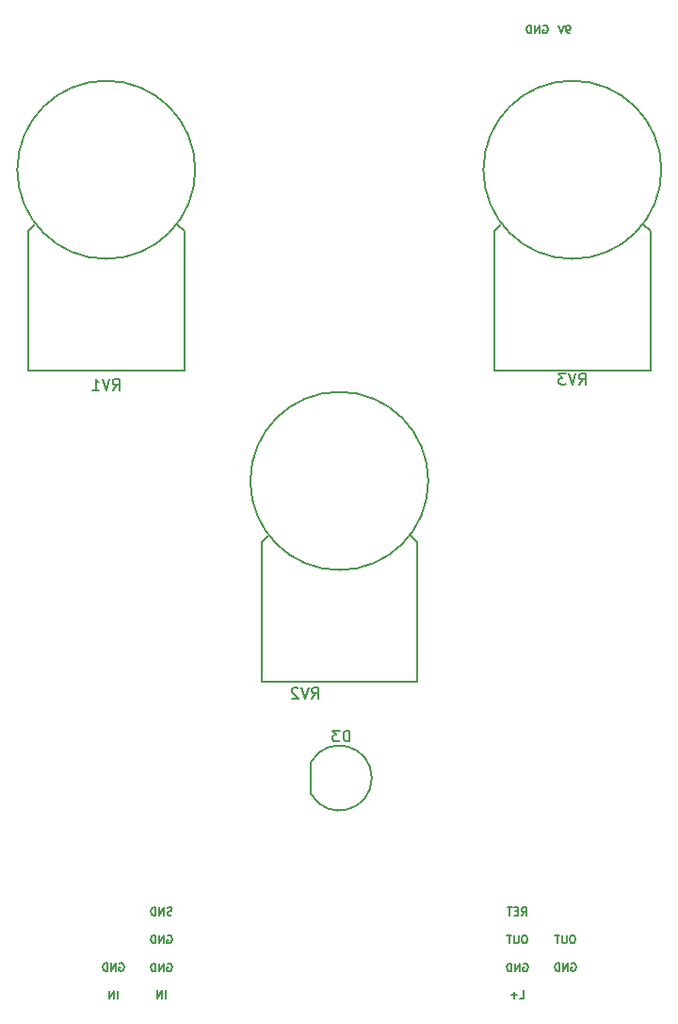
<source format=gbr>
%TF.GenerationSoftware,KiCad,Pcbnew,9.0.2*%
%TF.CreationDate,2025-07-08T13:27:17-05:00*%
%TF.ProjectId,Screamer Overdrive,53637265-616d-4657-9220-4f7665726472,rev?*%
%TF.SameCoordinates,Original*%
%TF.FileFunction,Legend,Bot*%
%TF.FilePolarity,Positive*%
%FSLAX46Y46*%
G04 Gerber Fmt 4.6, Leading zero omitted, Abs format (unit mm)*
G04 Created by KiCad (PCBNEW 9.0.2) date 2025-07-08 13:27:17*
%MOMM*%
%LPD*%
G01*
G04 APERTURE LIST*
%ADD10C,0.152400*%
%ADD11C,0.150000*%
%ADD12C,0.200000*%
G04 APERTURE END LIST*
D10*
X46939200Y35392910D02*
X46803733Y35392910D01*
X46803733Y35392910D02*
X46736000Y35359043D01*
X46736000Y35359043D02*
X46668266Y35291310D01*
X46668266Y35291310D02*
X46634400Y35155843D01*
X46634400Y35155843D02*
X46634400Y34918777D01*
X46634400Y34918777D02*
X46668266Y34783310D01*
X46668266Y34783310D02*
X46736000Y34715577D01*
X46736000Y34715577D02*
X46803733Y34681710D01*
X46803733Y34681710D02*
X46939200Y34681710D01*
X46939200Y34681710D02*
X47006933Y34715577D01*
X47006933Y34715577D02*
X47074666Y34783310D01*
X47074666Y34783310D02*
X47108533Y34918777D01*
X47108533Y34918777D02*
X47108533Y35155843D01*
X47108533Y35155843D02*
X47074666Y35291310D01*
X47074666Y35291310D02*
X47006933Y35359043D01*
X47006933Y35359043D02*
X46939200Y35392910D01*
X46329599Y35392910D02*
X46329599Y34817177D01*
X46329599Y34817177D02*
X46295733Y34749443D01*
X46295733Y34749443D02*
X46261866Y34715577D01*
X46261866Y34715577D02*
X46194133Y34681710D01*
X46194133Y34681710D02*
X46058666Y34681710D01*
X46058666Y34681710D02*
X45990933Y34715577D01*
X45990933Y34715577D02*
X45957066Y34749443D01*
X45957066Y34749443D02*
X45923199Y34817177D01*
X45923199Y34817177D02*
X45923199Y35392910D01*
X45686132Y35392910D02*
X45279732Y35392910D01*
X45482932Y34681710D02*
X45482932Y35392910D01*
X14765866Y32859043D02*
X14833599Y32892910D01*
X14833599Y32892910D02*
X14935199Y32892910D01*
X14935199Y32892910D02*
X15036799Y32859043D01*
X15036799Y32859043D02*
X15104533Y32791310D01*
X15104533Y32791310D02*
X15138399Y32723577D01*
X15138399Y32723577D02*
X15172266Y32588110D01*
X15172266Y32588110D02*
X15172266Y32486510D01*
X15172266Y32486510D02*
X15138399Y32351043D01*
X15138399Y32351043D02*
X15104533Y32283310D01*
X15104533Y32283310D02*
X15036799Y32215577D01*
X15036799Y32215577D02*
X14935199Y32181710D01*
X14935199Y32181710D02*
X14867466Y32181710D01*
X14867466Y32181710D02*
X14765866Y32215577D01*
X14765866Y32215577D02*
X14731999Y32249443D01*
X14731999Y32249443D02*
X14731999Y32486510D01*
X14731999Y32486510D02*
X14867466Y32486510D01*
X14427199Y32181710D02*
X14427199Y32892910D01*
X14427199Y32892910D02*
X14020799Y32181710D01*
X14020799Y32181710D02*
X14020799Y32892910D01*
X13682132Y32181710D02*
X13682132Y32892910D01*
X13682132Y32892910D02*
X13512799Y32892910D01*
X13512799Y32892910D02*
X13411199Y32859043D01*
X13411199Y32859043D02*
X13343466Y32791310D01*
X13343466Y32791310D02*
X13309599Y32723577D01*
X13309599Y32723577D02*
X13275732Y32588110D01*
X13275732Y32588110D02*
X13275732Y32486510D01*
X13275732Y32486510D02*
X13309599Y32351043D01*
X13309599Y32351043D02*
X13343466Y32283310D01*
X13343466Y32283310D02*
X13411199Y32215577D01*
X13411199Y32215577D02*
X13512799Y32181710D01*
X13512799Y32181710D02*
X13682132Y32181710D01*
X10278533Y29701710D02*
X10278533Y30412910D01*
X9939866Y29701710D02*
X9939866Y30412910D01*
X9939866Y30412910D02*
X9533466Y29701710D01*
X9533466Y29701710D02*
X9533466Y30412910D01*
X14596533Y29761710D02*
X14596533Y30472910D01*
X14257866Y29761710D02*
X14257866Y30472910D01*
X14257866Y30472910D02*
X13851466Y29761710D01*
X13851466Y29761710D02*
X13851466Y30472910D01*
X15155333Y37215577D02*
X15053733Y37181710D01*
X15053733Y37181710D02*
X14884400Y37181710D01*
X14884400Y37181710D02*
X14816666Y37215577D01*
X14816666Y37215577D02*
X14782800Y37249443D01*
X14782800Y37249443D02*
X14748933Y37317177D01*
X14748933Y37317177D02*
X14748933Y37384910D01*
X14748933Y37384910D02*
X14782800Y37452643D01*
X14782800Y37452643D02*
X14816666Y37486510D01*
X14816666Y37486510D02*
X14884400Y37520377D01*
X14884400Y37520377D02*
X15019866Y37554243D01*
X15019866Y37554243D02*
X15087600Y37588110D01*
X15087600Y37588110D02*
X15121466Y37621977D01*
X15121466Y37621977D02*
X15155333Y37689710D01*
X15155333Y37689710D02*
X15155333Y37757443D01*
X15155333Y37757443D02*
X15121466Y37825177D01*
X15121466Y37825177D02*
X15087600Y37859043D01*
X15087600Y37859043D02*
X15019866Y37892910D01*
X15019866Y37892910D02*
X14850533Y37892910D01*
X14850533Y37892910D02*
X14748933Y37859043D01*
X14444133Y37181710D02*
X14444133Y37892910D01*
X14444133Y37892910D02*
X14037733Y37181710D01*
X14037733Y37181710D02*
X14037733Y37892910D01*
X13699066Y37181710D02*
X13699066Y37892910D01*
X13699066Y37892910D02*
X13529733Y37892910D01*
X13529733Y37892910D02*
X13428133Y37859043D01*
X13428133Y37859043D02*
X13360400Y37791310D01*
X13360400Y37791310D02*
X13326533Y37723577D01*
X13326533Y37723577D02*
X13292666Y37588110D01*
X13292666Y37588110D02*
X13292666Y37486510D01*
X13292666Y37486510D02*
X13326533Y37351043D01*
X13326533Y37351043D02*
X13360400Y37283310D01*
X13360400Y37283310D02*
X13428133Y37215577D01*
X13428133Y37215577D02*
X13529733Y37181710D01*
X13529733Y37181710D02*
X13699066Y37181710D01*
X51087866Y32879043D02*
X51155599Y32912910D01*
X51155599Y32912910D02*
X51257199Y32912910D01*
X51257199Y32912910D02*
X51358799Y32879043D01*
X51358799Y32879043D02*
X51426533Y32811310D01*
X51426533Y32811310D02*
X51460399Y32743577D01*
X51460399Y32743577D02*
X51494266Y32608110D01*
X51494266Y32608110D02*
X51494266Y32506510D01*
X51494266Y32506510D02*
X51460399Y32371043D01*
X51460399Y32371043D02*
X51426533Y32303310D01*
X51426533Y32303310D02*
X51358799Y32235577D01*
X51358799Y32235577D02*
X51257199Y32201710D01*
X51257199Y32201710D02*
X51189466Y32201710D01*
X51189466Y32201710D02*
X51087866Y32235577D01*
X51087866Y32235577D02*
X51053999Y32269443D01*
X51053999Y32269443D02*
X51053999Y32506510D01*
X51053999Y32506510D02*
X51189466Y32506510D01*
X50749199Y32201710D02*
X50749199Y32912910D01*
X50749199Y32912910D02*
X50342799Y32201710D01*
X50342799Y32201710D02*
X50342799Y32912910D01*
X50004132Y32201710D02*
X50004132Y32912910D01*
X50004132Y32912910D02*
X49834799Y32912910D01*
X49834799Y32912910D02*
X49733199Y32879043D01*
X49733199Y32879043D02*
X49665466Y32811310D01*
X49665466Y32811310D02*
X49631599Y32743577D01*
X49631599Y32743577D02*
X49597732Y32608110D01*
X49597732Y32608110D02*
X49597732Y32506510D01*
X49597732Y32506510D02*
X49631599Y32371043D01*
X49631599Y32371043D02*
X49665466Y32303310D01*
X49665466Y32303310D02*
X49733199Y32235577D01*
X49733199Y32235577D02*
X49834799Y32201710D01*
X49834799Y32201710D02*
X50004132Y32201710D01*
X51257200Y35412910D02*
X51121733Y35412910D01*
X51121733Y35412910D02*
X51054000Y35379043D01*
X51054000Y35379043D02*
X50986266Y35311310D01*
X50986266Y35311310D02*
X50952400Y35175843D01*
X50952400Y35175843D02*
X50952400Y34938777D01*
X50952400Y34938777D02*
X50986266Y34803310D01*
X50986266Y34803310D02*
X51054000Y34735577D01*
X51054000Y34735577D02*
X51121733Y34701710D01*
X51121733Y34701710D02*
X51257200Y34701710D01*
X51257200Y34701710D02*
X51324933Y34735577D01*
X51324933Y34735577D02*
X51392666Y34803310D01*
X51392666Y34803310D02*
X51426533Y34938777D01*
X51426533Y34938777D02*
X51426533Y35175843D01*
X51426533Y35175843D02*
X51392666Y35311310D01*
X51392666Y35311310D02*
X51324933Y35379043D01*
X51324933Y35379043D02*
X51257200Y35412910D01*
X50647599Y35412910D02*
X50647599Y34837177D01*
X50647599Y34837177D02*
X50613733Y34769443D01*
X50613733Y34769443D02*
X50579866Y34735577D01*
X50579866Y34735577D02*
X50512133Y34701710D01*
X50512133Y34701710D02*
X50376666Y34701710D01*
X50376666Y34701710D02*
X50308933Y34735577D01*
X50308933Y34735577D02*
X50275066Y34769443D01*
X50275066Y34769443D02*
X50241199Y34837177D01*
X50241199Y34837177D02*
X50241199Y35412910D01*
X50004132Y35412910D02*
X49597732Y35412910D01*
X49800932Y34701710D02*
X49800932Y35412910D01*
X10447866Y32879043D02*
X10515599Y32912910D01*
X10515599Y32912910D02*
X10617199Y32912910D01*
X10617199Y32912910D02*
X10718799Y32879043D01*
X10718799Y32879043D02*
X10786533Y32811310D01*
X10786533Y32811310D02*
X10820399Y32743577D01*
X10820399Y32743577D02*
X10854266Y32608110D01*
X10854266Y32608110D02*
X10854266Y32506510D01*
X10854266Y32506510D02*
X10820399Y32371043D01*
X10820399Y32371043D02*
X10786533Y32303310D01*
X10786533Y32303310D02*
X10718799Y32235577D01*
X10718799Y32235577D02*
X10617199Y32201710D01*
X10617199Y32201710D02*
X10549466Y32201710D01*
X10549466Y32201710D02*
X10447866Y32235577D01*
X10447866Y32235577D02*
X10413999Y32269443D01*
X10413999Y32269443D02*
X10413999Y32506510D01*
X10413999Y32506510D02*
X10549466Y32506510D01*
X10109199Y32201710D02*
X10109199Y32912910D01*
X10109199Y32912910D02*
X9702799Y32201710D01*
X9702799Y32201710D02*
X9702799Y32912910D01*
X9364132Y32201710D02*
X9364132Y32912910D01*
X9364132Y32912910D02*
X9194799Y32912910D01*
X9194799Y32912910D02*
X9093199Y32879043D01*
X9093199Y32879043D02*
X9025466Y32811310D01*
X9025466Y32811310D02*
X8991599Y32743577D01*
X8991599Y32743577D02*
X8957732Y32608110D01*
X8957732Y32608110D02*
X8957732Y32506510D01*
X8957732Y32506510D02*
X8991599Y32371043D01*
X8991599Y32371043D02*
X9025466Y32303310D01*
X9025466Y32303310D02*
X9093199Y32235577D01*
X9093199Y32235577D02*
X9194799Y32201710D01*
X9194799Y32201710D02*
X9364132Y32201710D01*
X48547866Y117080043D02*
X48615599Y117113910D01*
X48615599Y117113910D02*
X48717199Y117113910D01*
X48717199Y117113910D02*
X48818799Y117080043D01*
X48818799Y117080043D02*
X48886533Y117012310D01*
X48886533Y117012310D02*
X48920399Y116944577D01*
X48920399Y116944577D02*
X48954266Y116809110D01*
X48954266Y116809110D02*
X48954266Y116707510D01*
X48954266Y116707510D02*
X48920399Y116572043D01*
X48920399Y116572043D02*
X48886533Y116504310D01*
X48886533Y116504310D02*
X48818799Y116436577D01*
X48818799Y116436577D02*
X48717199Y116402710D01*
X48717199Y116402710D02*
X48649466Y116402710D01*
X48649466Y116402710D02*
X48547866Y116436577D01*
X48547866Y116436577D02*
X48513999Y116470443D01*
X48513999Y116470443D02*
X48513999Y116707510D01*
X48513999Y116707510D02*
X48649466Y116707510D01*
X48209199Y116402710D02*
X48209199Y117113910D01*
X48209199Y117113910D02*
X47802799Y116402710D01*
X47802799Y116402710D02*
X47802799Y117113910D01*
X47464132Y116402710D02*
X47464132Y117113910D01*
X47464132Y117113910D02*
X47294799Y117113910D01*
X47294799Y117113910D02*
X47193199Y117080043D01*
X47193199Y117080043D02*
X47125466Y117012310D01*
X47125466Y117012310D02*
X47091599Y116944577D01*
X47091599Y116944577D02*
X47057732Y116809110D01*
X47057732Y116809110D02*
X47057732Y116707510D01*
X47057732Y116707510D02*
X47091599Y116572043D01*
X47091599Y116572043D02*
X47125466Y116504310D01*
X47125466Y116504310D02*
X47193199Y116436577D01*
X47193199Y116436577D02*
X47294799Y116402710D01*
X47294799Y116402710D02*
X47464132Y116402710D01*
X46600533Y37181710D02*
X46837600Y37520377D01*
X47006933Y37181710D02*
X47006933Y37892910D01*
X47006933Y37892910D02*
X46736000Y37892910D01*
X46736000Y37892910D02*
X46668267Y37859043D01*
X46668267Y37859043D02*
X46634400Y37825177D01*
X46634400Y37825177D02*
X46600533Y37757443D01*
X46600533Y37757443D02*
X46600533Y37655843D01*
X46600533Y37655843D02*
X46634400Y37588110D01*
X46634400Y37588110D02*
X46668267Y37554243D01*
X46668267Y37554243D02*
X46736000Y37520377D01*
X46736000Y37520377D02*
X47006933Y37520377D01*
X46295733Y37554243D02*
X46058667Y37554243D01*
X45957067Y37181710D02*
X46295733Y37181710D01*
X46295733Y37181710D02*
X46295733Y37892910D01*
X46295733Y37892910D02*
X45957067Y37892910D01*
X45753866Y37892910D02*
X45347466Y37892910D01*
X45550666Y37181710D02*
X45550666Y37892910D01*
X46769866Y32859043D02*
X46837599Y32892910D01*
X46837599Y32892910D02*
X46939199Y32892910D01*
X46939199Y32892910D02*
X47040799Y32859043D01*
X47040799Y32859043D02*
X47108533Y32791310D01*
X47108533Y32791310D02*
X47142399Y32723577D01*
X47142399Y32723577D02*
X47176266Y32588110D01*
X47176266Y32588110D02*
X47176266Y32486510D01*
X47176266Y32486510D02*
X47142399Y32351043D01*
X47142399Y32351043D02*
X47108533Y32283310D01*
X47108533Y32283310D02*
X47040799Y32215577D01*
X47040799Y32215577D02*
X46939199Y32181710D01*
X46939199Y32181710D02*
X46871466Y32181710D01*
X46871466Y32181710D02*
X46769866Y32215577D01*
X46769866Y32215577D02*
X46735999Y32249443D01*
X46735999Y32249443D02*
X46735999Y32486510D01*
X46735999Y32486510D02*
X46871466Y32486510D01*
X46431199Y32181710D02*
X46431199Y32892910D01*
X46431199Y32892910D02*
X46024799Y32181710D01*
X46024799Y32181710D02*
X46024799Y32892910D01*
X45686132Y32181710D02*
X45686132Y32892910D01*
X45686132Y32892910D02*
X45516799Y32892910D01*
X45516799Y32892910D02*
X45415199Y32859043D01*
X45415199Y32859043D02*
X45347466Y32791310D01*
X45347466Y32791310D02*
X45313599Y32723577D01*
X45313599Y32723577D02*
X45279732Y32588110D01*
X45279732Y32588110D02*
X45279732Y32486510D01*
X45279732Y32486510D02*
X45313599Y32351043D01*
X45313599Y32351043D02*
X45347466Y32283310D01*
X45347466Y32283310D02*
X45415199Y32215577D01*
X45415199Y32215577D02*
X45516799Y32181710D01*
X45516799Y32181710D02*
X45686132Y32181710D01*
X14765866Y35359043D02*
X14833599Y35392910D01*
X14833599Y35392910D02*
X14935199Y35392910D01*
X14935199Y35392910D02*
X15036799Y35359043D01*
X15036799Y35359043D02*
X15104533Y35291310D01*
X15104533Y35291310D02*
X15138399Y35223577D01*
X15138399Y35223577D02*
X15172266Y35088110D01*
X15172266Y35088110D02*
X15172266Y34986510D01*
X15172266Y34986510D02*
X15138399Y34851043D01*
X15138399Y34851043D02*
X15104533Y34783310D01*
X15104533Y34783310D02*
X15036799Y34715577D01*
X15036799Y34715577D02*
X14935199Y34681710D01*
X14935199Y34681710D02*
X14867466Y34681710D01*
X14867466Y34681710D02*
X14765866Y34715577D01*
X14765866Y34715577D02*
X14731999Y34749443D01*
X14731999Y34749443D02*
X14731999Y34986510D01*
X14731999Y34986510D02*
X14867466Y34986510D01*
X14427199Y34681710D02*
X14427199Y35392910D01*
X14427199Y35392910D02*
X14020799Y34681710D01*
X14020799Y34681710D02*
X14020799Y35392910D01*
X13682132Y34681710D02*
X13682132Y35392910D01*
X13682132Y35392910D02*
X13512799Y35392910D01*
X13512799Y35392910D02*
X13411199Y35359043D01*
X13411199Y35359043D02*
X13343466Y35291310D01*
X13343466Y35291310D02*
X13309599Y35223577D01*
X13309599Y35223577D02*
X13275732Y35088110D01*
X13275732Y35088110D02*
X13275732Y34986510D01*
X13275732Y34986510D02*
X13309599Y34851043D01*
X13309599Y34851043D02*
X13343466Y34783310D01*
X13343466Y34783310D02*
X13411199Y34715577D01*
X13411199Y34715577D02*
X13512799Y34681710D01*
X13512799Y34681710D02*
X13682132Y34681710D01*
X46448133Y29761710D02*
X46786799Y29761710D01*
X46786799Y29761710D02*
X46786799Y30472910D01*
X46211066Y30032643D02*
X45669200Y30032643D01*
X45940133Y29761710D02*
X45940133Y30303577D01*
X50946266Y116402710D02*
X50810799Y116402710D01*
X50810799Y116402710D02*
X50743066Y116436577D01*
X50743066Y116436577D02*
X50709199Y116470443D01*
X50709199Y116470443D02*
X50641466Y116572043D01*
X50641466Y116572043D02*
X50607599Y116707510D01*
X50607599Y116707510D02*
X50607599Y116978443D01*
X50607599Y116978443D02*
X50641466Y117046177D01*
X50641466Y117046177D02*
X50675332Y117080043D01*
X50675332Y117080043D02*
X50743066Y117113910D01*
X50743066Y117113910D02*
X50878532Y117113910D01*
X50878532Y117113910D02*
X50946266Y117080043D01*
X50946266Y117080043D02*
X50980132Y117046177D01*
X50980132Y117046177D02*
X51013999Y116978443D01*
X51013999Y116978443D02*
X51013999Y116809110D01*
X51013999Y116809110D02*
X50980132Y116741377D01*
X50980132Y116741377D02*
X50946266Y116707510D01*
X50946266Y116707510D02*
X50878532Y116673643D01*
X50878532Y116673643D02*
X50743066Y116673643D01*
X50743066Y116673643D02*
X50675332Y116707510D01*
X50675332Y116707510D02*
X50641466Y116741377D01*
X50641466Y116741377D02*
X50607599Y116809110D01*
X50404399Y117113910D02*
X50167333Y116402710D01*
X50167333Y116402710D02*
X49930266Y117113910D01*
D11*
X27747838Y56644380D02*
X28081171Y57120571D01*
X28319266Y56644380D02*
X28319266Y57644380D01*
X28319266Y57644380D02*
X27938314Y57644380D01*
X27938314Y57644380D02*
X27843076Y57596761D01*
X27843076Y57596761D02*
X27795457Y57549142D01*
X27795457Y57549142D02*
X27747838Y57453904D01*
X27747838Y57453904D02*
X27747838Y57311047D01*
X27747838Y57311047D02*
X27795457Y57215809D01*
X27795457Y57215809D02*
X27843076Y57168190D01*
X27843076Y57168190D02*
X27938314Y57120571D01*
X27938314Y57120571D02*
X28319266Y57120571D01*
X27462123Y57644380D02*
X27128790Y56644380D01*
X27128790Y56644380D02*
X26795457Y57644380D01*
X26509742Y57549142D02*
X26462123Y57596761D01*
X26462123Y57596761D02*
X26366885Y57644380D01*
X26366885Y57644380D02*
X26128790Y57644380D01*
X26128790Y57644380D02*
X26033552Y57596761D01*
X26033552Y57596761D02*
X25985933Y57549142D01*
X25985933Y57549142D02*
X25938314Y57453904D01*
X25938314Y57453904D02*
X25938314Y57358666D01*
X25938314Y57358666D02*
X25985933Y57215809D01*
X25985933Y57215809D02*
X26557361Y56644380D01*
X26557361Y56644380D02*
X25938314Y56644380D01*
X31159697Y52795180D02*
X31159697Y53795180D01*
X31159697Y53795180D02*
X30921602Y53795180D01*
X30921602Y53795180D02*
X30778745Y53747561D01*
X30778745Y53747561D02*
X30683507Y53652323D01*
X30683507Y53652323D02*
X30635888Y53557085D01*
X30635888Y53557085D02*
X30588269Y53366609D01*
X30588269Y53366609D02*
X30588269Y53223752D01*
X30588269Y53223752D02*
X30635888Y53033276D01*
X30635888Y53033276D02*
X30683507Y52938038D01*
X30683507Y52938038D02*
X30778745Y52842800D01*
X30778745Y52842800D02*
X30921602Y52795180D01*
X30921602Y52795180D02*
X31159697Y52795180D01*
X30254935Y53795180D02*
X29635888Y53795180D01*
X29635888Y53795180D02*
X29969221Y53414228D01*
X29969221Y53414228D02*
X29826364Y53414228D01*
X29826364Y53414228D02*
X29731126Y53366609D01*
X29731126Y53366609D02*
X29683507Y53318990D01*
X29683507Y53318990D02*
X29635888Y53223752D01*
X29635888Y53223752D02*
X29635888Y52985657D01*
X29635888Y52985657D02*
X29683507Y52890419D01*
X29683507Y52890419D02*
X29731126Y52842800D01*
X29731126Y52842800D02*
X29826364Y52795180D01*
X29826364Y52795180D02*
X30112078Y52795180D01*
X30112078Y52795180D02*
X30207316Y52842800D01*
X30207316Y52842800D02*
X30254935Y52890419D01*
X51776238Y84853354D02*
X52109571Y85329545D01*
X52347666Y84853354D02*
X52347666Y85853354D01*
X52347666Y85853354D02*
X51966714Y85853354D01*
X51966714Y85853354D02*
X51871476Y85805735D01*
X51871476Y85805735D02*
X51823857Y85758116D01*
X51823857Y85758116D02*
X51776238Y85662878D01*
X51776238Y85662878D02*
X51776238Y85520021D01*
X51776238Y85520021D02*
X51823857Y85424783D01*
X51823857Y85424783D02*
X51871476Y85377164D01*
X51871476Y85377164D02*
X51966714Y85329545D01*
X51966714Y85329545D02*
X52347666Y85329545D01*
X51490523Y85853354D02*
X51157190Y84853354D01*
X51157190Y84853354D02*
X50823857Y85853354D01*
X50585761Y85853354D02*
X49966714Y85853354D01*
X49966714Y85853354D02*
X50300047Y85472402D01*
X50300047Y85472402D02*
X50157190Y85472402D01*
X50157190Y85472402D02*
X50061952Y85424783D01*
X50061952Y85424783D02*
X50014333Y85377164D01*
X50014333Y85377164D02*
X49966714Y85281926D01*
X49966714Y85281926D02*
X49966714Y85043831D01*
X49966714Y85043831D02*
X50014333Y84948593D01*
X50014333Y84948593D02*
X50061952Y84900974D01*
X50061952Y84900974D02*
X50157190Y84853354D01*
X50157190Y84853354D02*
X50442904Y84853354D01*
X50442904Y84853354D02*
X50538142Y84900974D01*
X50538142Y84900974D02*
X50585761Y84948593D01*
X9866238Y84355780D02*
X10199571Y84831971D01*
X10437666Y84355780D02*
X10437666Y85355780D01*
X10437666Y85355780D02*
X10056714Y85355780D01*
X10056714Y85355780D02*
X9961476Y85308161D01*
X9961476Y85308161D02*
X9913857Y85260542D01*
X9913857Y85260542D02*
X9866238Y85165304D01*
X9866238Y85165304D02*
X9866238Y85022447D01*
X9866238Y85022447D02*
X9913857Y84927209D01*
X9913857Y84927209D02*
X9961476Y84879590D01*
X9961476Y84879590D02*
X10056714Y84831971D01*
X10056714Y84831971D02*
X10437666Y84831971D01*
X9580523Y85355780D02*
X9247190Y84355780D01*
X9247190Y84355780D02*
X8913857Y85355780D01*
X8056714Y84355780D02*
X8628142Y84355780D01*
X8342428Y84355780D02*
X8342428Y85355780D01*
X8342428Y85355780D02*
X8437666Y85212923D01*
X8437666Y85212923D02*
X8532904Y85117685D01*
X8532904Y85117685D02*
X8628142Y85070066D01*
D12*
%TO.C,RV2*%
X23226000Y58200000D02*
X23226000Y70700000D01*
X23826000Y71300000D02*
X23226000Y70700000D01*
X37226000Y70700000D02*
X36626000Y71300000D01*
X37226000Y58200000D02*
X23226000Y58200000D01*
X37226000Y58200000D02*
X37226000Y70700000D01*
X38226000Y76200000D02*
G75*
G02*
X22226000Y76200000I-8000000J0D01*
G01*
X22226000Y76200000D02*
G75*
G02*
X38226000Y76200000I8000000J0D01*
G01*
%TO.C,D3*%
X27697210Y48070000D02*
X27697210Y50990000D01*
X27697206Y50990000D02*
G75*
G02*
X27697206Y48070000I2528794J-1460000D01*
G01*
%TO.C,RV3*%
X44181000Y86140000D02*
X44181000Y98640000D01*
X44781000Y99240000D02*
X44181000Y98640000D01*
X58181000Y98640000D02*
X57581000Y99240000D01*
X58181000Y86140000D02*
X44181000Y86140000D01*
X58181000Y86140000D02*
X58181000Y98640000D01*
X59181000Y104140000D02*
G75*
G02*
X43181000Y104140000I-8000000J0D01*
G01*
X43181000Y104140000D02*
G75*
G02*
X59181000Y104140000I8000000J0D01*
G01*
%TO.C,RV1*%
X2271000Y86140000D02*
X2271000Y98640000D01*
X2871000Y99240000D02*
X2271000Y98640000D01*
X16271000Y98640000D02*
X15671000Y99240000D01*
X16271000Y86140000D02*
X2271000Y86140000D01*
X16271000Y86140000D02*
X16271000Y98640000D01*
X17271000Y104140000D02*
G75*
G02*
X1271000Y104140000I-8000000J0D01*
G01*
X1271000Y104140000D02*
G75*
G02*
X17271000Y104140000I8000000J0D01*
G01*
%TD*%
M02*

</source>
